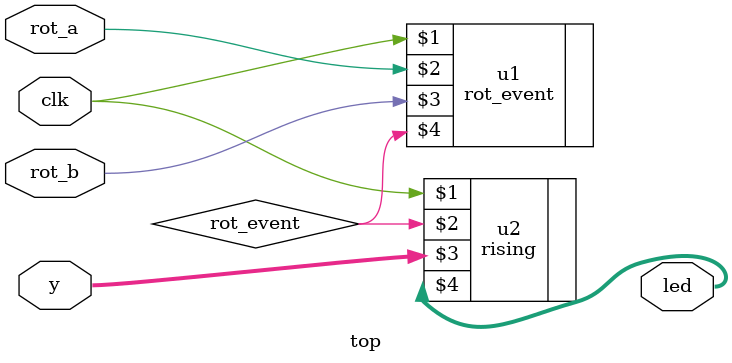
<source format=v>
`timescale 1ns / 1ps
module top(clk,rot_a,rot_b,y,led
    );
input clk,rot_a,rot_b;
input [3:0] y;

output [7:0] led;
wire [7:0] led;
wire rot_event;

rot_event u1(clk,rot_a,rot_b,rot_event);
rising u2(clk,rot_event,y,led);

endmodule
</source>
